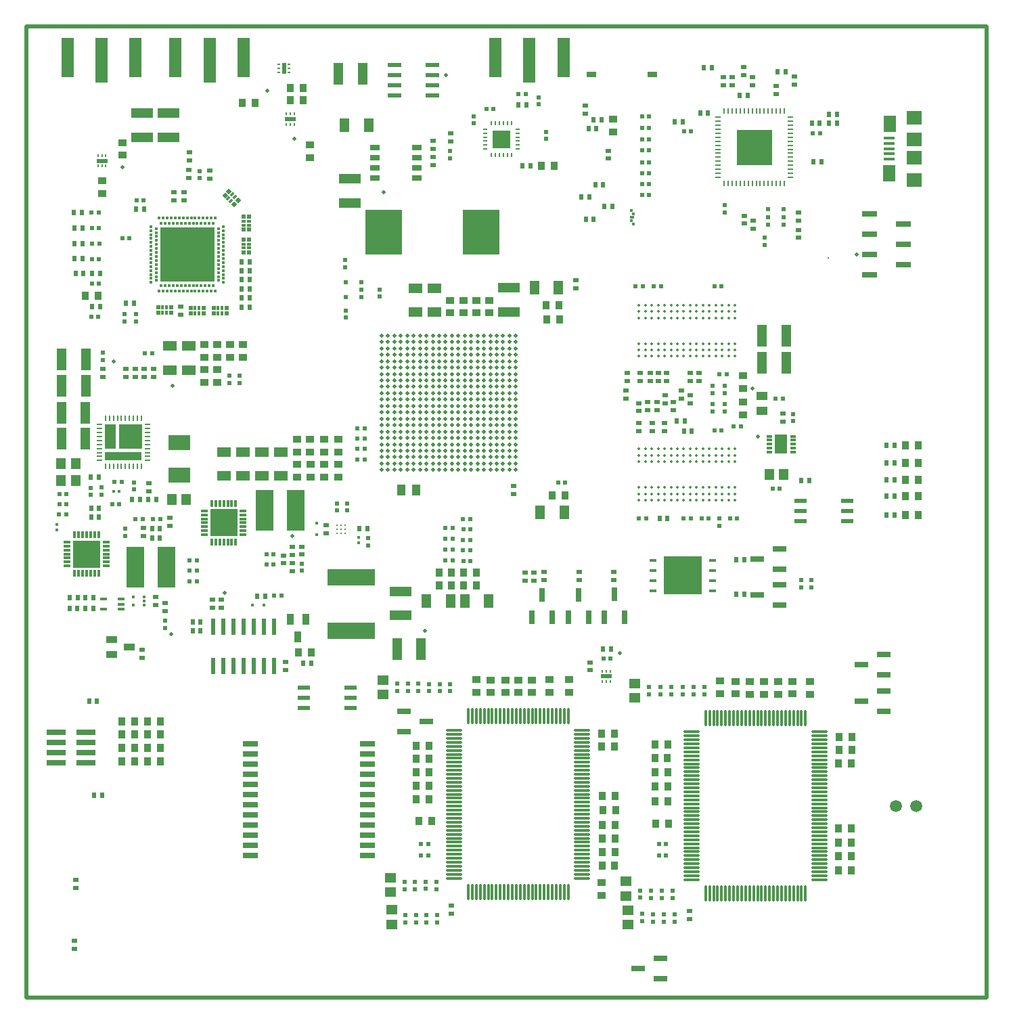
<source format=gtp>
%FSLAX25Y25*%
%MOIN*%
G70*
G01*
G75*
G04 Layer_Color=8421504*
%ADD10C,0.01969*%
%ADD11C,0.01181*%
%ADD12R,0.05906X0.22047*%
%ADD13R,0.06299X0.19291*%
%ADD14R,0.02441X0.02441*%
%ADD15R,0.02559X0.02165*%
%ADD16R,0.02165X0.02559*%
%ADD17R,0.05512X0.03740*%
%ADD18R,0.02441X0.02441*%
%ADD19R,0.07087X0.04528*%
%ADD20R,0.03937X0.03543*%
%ADD21R,0.03543X0.03937*%
%ADD22R,0.04528X0.07087*%
%ADD23R,0.05709X0.04528*%
%ADD24R,0.04528X0.10630*%
%ADD25R,0.04528X0.05709*%
%ADD26R,0.10630X0.04528*%
%ADD27R,0.01654X0.01811*%
%ADD28R,0.01575X0.01575*%
%ADD29R,0.05512X0.04134*%
%ADD30R,0.08661X0.20472*%
%ADD31R,0.23622X0.07874*%
%ADD32R,0.06693X0.02795*%
%ADD33R,0.02795X0.06693*%
%ADD34R,0.01969X0.01969*%
%ADD35R,0.01969X0.01378*%
%ADD36R,0.01969X0.01969*%
%ADD37R,0.01378X0.01969*%
G04:AMPARAMS|DCode=38|XSize=13.78mil|YSize=19.69mil|CornerRadius=0mil|HoleSize=0mil|Usage=FLASHONLY|Rotation=315.000|XOffset=0mil|YOffset=0mil|HoleType=Round|Shape=Rectangle|*
%AMROTATEDRECTD38*
4,1,4,-0.01183,-0.00209,0.00209,0.01183,0.01183,0.00209,-0.00209,-0.01183,-0.01183,-0.00209,0.0*
%
%ADD38ROTATEDRECTD38*%

%ADD39P,0.02784X4X360.0*%
%ADD40R,0.06299X0.02165*%
%ADD41C,0.01378*%
%ADD42O,0.08268X0.01181*%
%ADD43O,0.01181X0.08268*%
%ADD44R,0.03347X0.01181*%
%ADD45R,0.01181X0.03347*%
%ADD46R,0.13386X0.13386*%
%ADD47R,0.03740X0.05512*%
%ADD48R,0.01575X0.00984*%
%ADD49R,0.01969X0.05512*%
%ADD50R,0.00984X0.01575*%
%ADD51R,0.05512X0.01969*%
%ADD52R,0.03543X0.01575*%
%ADD53R,0.01811X0.01654*%
%ADD54R,0.04724X0.02953*%
%ADD55O,0.02953X0.00984*%
%ADD56O,0.00984X0.02953*%
%ADD57R,0.17716X0.17716*%
%ADD58R,0.07520X0.02992*%
%ADD59R,0.00984X0.01969*%
%ADD60R,0.01969X0.00984*%
%ADD61R,0.09055X0.09055*%
%ADD62R,0.09449X0.02992*%
%ADD63C,0.05906*%
%ADD64R,0.10984X0.07559*%
%ADD65R,0.18110X0.22047*%
%ADD66R,0.04134X0.05512*%
%ADD67R,0.07284X0.02913*%
%ADD68R,0.02362X0.02362*%
%ADD69R,0.04528X0.02992*%
%ADD70C,0.00984*%
%ADD71R,0.02756X0.01181*%
%ADD72R,0.06221X0.09252*%
%ADD73O,0.03150X0.00984*%
%ADD74O,0.00984X0.03150*%
%ADD75R,0.18071X0.04370*%
%ADD76R,0.11181X0.12284*%
%ADD77R,0.05276X0.12284*%
%ADD78R,0.06299X0.08268*%
%ADD79R,0.05315X0.01575*%
%ADD80R,0.07480X0.07087*%
%ADD81R,0.01772X0.01378*%
%ADD82R,0.02362X0.07874*%
%ADD83R,0.01181X0.01181*%
%ADD84R,0.02362X0.01181*%
%ADD85R,0.07087X0.02362*%
%ADD86R,0.01772X0.01181*%
%ADD87R,0.01181X0.01772*%
%ADD88R,0.01181X0.01181*%
%ADD89R,0.26772X0.26772*%
%ADD90R,0.01575X0.01575*%
%ADD91R,0.03543X0.01772*%
%ADD92R,0.18898X0.18898*%
%ADD93C,0.03150*%
%ADD94C,0.00394*%
%ADD95C,0.01000*%
%ADD96C,0.00453*%
%ADD97C,0.01969*%
%ADD98C,0.01378*%
%ADD99C,0.03937*%
%ADD100C,0.00787*%
%ADD101C,0.00512*%
%ADD102C,0.00784*%
%ADD103C,0.00996*%
%ADD104C,0.01181*%
%ADD105R,0.09941X0.01870*%
%ADD106R,0.14075X0.03740*%
%ADD107R,0.04823X0.07776*%
%ADD108R,0.08268X0.01476*%
%ADD109R,0.12303X0.06004*%
%ADD110R,0.01181X0.00984*%
%ADD111R,0.03543X0.00787*%
%ADD112R,0.06299X0.00394*%
%ADD113R,0.31693X0.08071*%
%ADD114R,0.16535X0.19291*%
%ADD115R,0.08563X0.19291*%
%ADD116R,0.42224X0.07874*%
%ADD117R,0.03740X0.24016*%
%ADD118R,0.14370X0.08760*%
%ADD119R,0.09843X0.11122*%
%ADD120R,0.60335X0.08465*%
%ADD121R,0.05807X0.33169*%
%ADD122R,0.03740X0.41043*%
%ADD123R,0.04429X0.41240*%
%ADD124R,0.92913X0.01870*%
%ADD125R,0.02430X0.17389*%
%ADD126R,0.34449X0.01969*%
%ADD127R,0.03642X0.11417*%
%ADD128R,0.02431X0.00820*%
%ADD129R,0.04134X0.05413*%
%ADD130R,0.30413X0.06496*%
%ADD131R,0.30709X0.06299*%
%ADD132R,0.30315X0.12008*%
%ADD133R,0.40256X0.05807*%
%ADD134R,0.39961X0.06594*%
%ADD135R,0.00886X0.01280*%
%ADD136R,0.19095X0.03937*%
%ADD137R,0.27756X0.05413*%
%ADD138R,0.30315X0.06102*%
%ADD139R,0.30807X0.08268*%
%ADD140R,0.38091X0.05118*%
%ADD141R,0.38287X0.06398*%
%ADD142R,0.04232X0.02854*%
%ADD143R,0.05315X0.10728*%
%ADD144R,0.10531X0.12598*%
%ADD145R,0.07087X0.21752*%
%ADD146R,0.08465X0.02854*%
%ADD147R,0.02362X0.02264*%
%ADD148R,0.04429X0.02756*%
%ADD149R,0.11713X0.02953*%
%ADD150R,0.09843X0.04134*%
%ADD151R,0.04921X0.18504*%
%ADD152R,0.13189X0.03051*%
%ADD153R,0.06594X0.04232*%
%ADD154R,0.14075X0.03839*%
%ADD155R,0.03839X0.08661*%
%ADD156R,0.10728X0.03445*%
%ADD157R,0.02431X1.19587*%
%ADD158R,0.02264X0.05512*%
%ADD159R,0.03347X0.05315*%
%ADD160R,0.68504X0.02165*%
%ADD161R,0.02165X0.76575*%
%ADD162R,0.25098X0.01969*%
%ADD163R,0.02658X0.42618*%
%ADD164R,0.16043X0.02264*%
%ADD165R,0.02461X0.13189*%
%ADD166R,0.78150X0.02461*%
%ADD167R,0.34842X0.01969*%
%ADD168R,0.02264X0.71752*%
%ADD169R,0.11614X0.04035*%
%ADD170R,0.10925X0.14469*%
%ADD171R,0.19193X0.03051*%
%ADD172R,0.17224X0.04528*%
%ADD173R,0.05315X0.93799*%
%ADD174R,0.13386X0.08169*%
%ADD175R,0.08661X0.12402*%
%ADD176R,0.08465X0.09843*%
%ADD177R,0.09153X0.17224*%
%ADD178R,0.14764X0.11122*%
%ADD179R,0.13976X0.11319*%
%ADD180R,0.02854X0.21358*%
%ADD181R,0.15453X0.49409*%
%ADD182R,0.18996X0.06496*%
%ADD183R,0.06791X1.25492*%
%ADD184R,0.09911X0.06594*%
%ADD185C,0.15748*%
%ADD186C,0.09882*%
%ADD187C,0.06299*%
%ADD188C,0.04803*%
%ADD189C,0.07087*%
%ADD190C,0.07874*%
%ADD191C,0.00591*%
%ADD192C,0.02165*%
%ADD193C,0.01575*%
%ADD194C,0.02598*%
%ADD195C,0.04000*%
%ADD196C,0.13386*%
%ADD197C,0.10669*%
%ADD198C,0.05591*%
%ADD199C,0.05787*%
%ADD200C,0.08071*%
%ADD201C,0.02362*%
%ADD202C,0.03150*%
%ADD203C,0.02559*%
%ADD204C,0.02874*%
%ADD205C,0.00642*%
%ADD206P,0.03452X4X360.0*%
%ADD207R,0.07874X0.23622*%
%ADD208R,0.07087X0.07874*%
%ADD209C,0.00787*%
%ADD210R,0.01614X0.01299*%
%ADD211R,0.10236X0.08661*%
%ADD212R,0.00945X0.03543*%
%ADD213R,0.03543X0.00945*%
%ADD214R,0.05512X0.03937*%
%ADD215R,0.03937X0.02756*%
%ADD216R,0.01969X0.01575*%
%ADD217R,0.01378X0.05118*%
%ADD218R,0.01772X0.05118*%
%ADD219R,0.02362X0.05118*%
%ADD220R,0.08661X0.02913*%
%ADD221R,0.03347X0.01378*%
%ADD222R,0.05079X0.04882*%
%ADD223R,0.07874X0.07087*%
%ADD224R,0.02992X0.06496*%
%ADD225R,0.04724X0.03543*%
%ADD226R,0.03583X0.04803*%
%ADD227R,0.10512X0.10000*%
%ADD228R,0.03000X0.05000*%
%ADD229R,0.07480X0.05512*%
%ADD230R,0.05906X0.03150*%
%ADD231R,0.05512X0.07087*%
%ADD232R,0.01969X0.03248*%
%ADD233R,0.01969X0.01693*%
%ADD234R,0.03071X0.03425*%
%ADD235R,0.01969X0.02756*%
%ADD236R,0.03248X0.28937*%
%ADD237R,0.19193X0.05512*%
%ADD238R,0.02658X0.02953*%
%ADD239R,0.02067X0.02559*%
%ADD240R,0.29232X0.06299*%
%ADD241R,0.16965X0.06606*%
%ADD242R,0.41894X0.10102*%
%ADD243R,0.07284X0.75492*%
%ADD244R,0.02658X1.25984*%
%ADD245R,0.89173X0.01476*%
%ADD246R,0.01476X0.04626*%
%ADD247R,0.51476X0.01378*%
%ADD248R,0.02264X1.46260*%
%ADD249R,0.79823X0.01969*%
%ADD250R,0.02559X0.50984*%
%ADD251R,0.25295X0.01969*%
%ADD252R,0.02165X0.50394*%
%ADD253R,0.13878X0.02264*%
%ADD254R,0.02362X0.28051*%
%ADD255R,0.67618X0.02362*%
%ADD256R,0.34842X0.02067*%
%ADD257R,0.02165X0.73032*%
%ADD258R,0.44783X0.02756*%
%ADD259R,0.11811X0.16732*%
%ADD260R,0.12795X0.08071*%
%ADD261R,0.13681X0.20768*%
%ADD262R,0.23622X0.03740*%
%ADD263R,0.03839X0.93898*%
%ADD264R,0.14862X0.06201*%
%ADD265R,0.14764X0.09153*%
%ADD266R,0.13090X0.08366*%
%ADD267R,0.08465X0.07677*%
%ADD268R,0.13386X0.09055*%
%ADD269R,0.06102X1.26181*%
%ADD270R,0.08268X0.19193*%
%ADD271R,0.15846X0.19488*%
%ADD272R,0.41142X0.08268*%
%ADD273C,0.00984*%
%ADD274C,0.00472*%
%ADD275C,0.02362*%
%ADD276C,0.00100*%
%ADD277C,0.00700*%
%ADD278C,0.00500*%
%ADD279C,0.00591*%
%ADD280R,0.03937X1.20791*%
%ADD281R,0.14370X0.01500*%
D10*
X38583Y308268D02*
D03*
X66732Y173819D02*
D03*
X287795Y164567D02*
D03*
X127362Y417913D02*
D03*
X67618Y296358D02*
D03*
X355709Y271358D02*
D03*
X353051Y294882D02*
D03*
X126476Y222342D02*
D03*
X191831Y175492D02*
D03*
X93110Y194193D02*
D03*
X202165Y449213D02*
D03*
X114075Y441634D02*
D03*
X42815Y403839D02*
D03*
X171358Y391634D02*
D03*
X404626Y360945D02*
D03*
X173638Y254780D02*
D03*
X170488Y257929D02*
D03*
Y254780D02*
D03*
X173638Y257929D02*
D03*
X176787Y254780D02*
D03*
X173638Y261079D02*
D03*
X176787D02*
D03*
X170488Y264229D02*
D03*
Y261079D02*
D03*
Y270528D02*
D03*
Y267378D02*
D03*
X173638D02*
D03*
Y264229D02*
D03*
Y270528D02*
D03*
X176787Y267378D02*
D03*
Y257929D02*
D03*
X179937Y254780D02*
D03*
Y261079D02*
D03*
Y257929D02*
D03*
X183087D02*
D03*
Y254780D02*
D03*
Y261079D02*
D03*
X186236Y257929D02*
D03*
X176787Y264229D02*
D03*
X179937D02*
D03*
X176787Y270528D02*
D03*
X179937Y267378D02*
D03*
X183087Y264229D02*
D03*
X186236Y261079D02*
D03*
X183087Y267378D02*
D03*
X186236D02*
D03*
X170488Y273677D02*
D03*
X173638D02*
D03*
X170488Y276827D02*
D03*
X176787Y273677D02*
D03*
X170488Y279977D02*
D03*
X173638Y276827D02*
D03*
X170488Y286276D02*
D03*
Y283126D02*
D03*
X173638Y279977D02*
D03*
X176787Y276827D02*
D03*
X173638Y283126D02*
D03*
X176787Y279977D02*
D03*
X179937Y273677D02*
D03*
Y270528D02*
D03*
Y279977D02*
D03*
Y276827D02*
D03*
X183087Y273677D02*
D03*
Y270528D02*
D03*
Y276827D02*
D03*
X186236Y273677D02*
D03*
X179937Y283126D02*
D03*
X183087Y279977D02*
D03*
X176787Y283126D02*
D03*
X179937Y286276D02*
D03*
X183087Y283126D02*
D03*
X186236D02*
D03*
X183087Y286276D02*
D03*
X186236D02*
D03*
Y254780D02*
D03*
X189386Y257929D02*
D03*
Y254780D02*
D03*
X192535D02*
D03*
X186236Y264229D02*
D03*
X189386Y261079D02*
D03*
Y270528D02*
D03*
Y264229D02*
D03*
X192535Y261079D02*
D03*
Y257929D02*
D03*
X189386Y267378D02*
D03*
X192535Y264229D02*
D03*
X195685Y257929D02*
D03*
Y254780D02*
D03*
Y261079D02*
D03*
X198835D02*
D03*
Y254780D02*
D03*
X201984D02*
D03*
X198835Y257929D02*
D03*
X201984D02*
D03*
X195685Y264229D02*
D03*
X198835D02*
D03*
X192535Y267378D02*
D03*
X195685D02*
D03*
X201984Y264229D02*
D03*
Y261079D02*
D03*
X198835Y267378D02*
D03*
X201984D02*
D03*
X186236Y270528D02*
D03*
X189386Y273677D02*
D03*
X186236Y276827D02*
D03*
X189386D02*
D03*
X192535Y273677D02*
D03*
Y270528D02*
D03*
Y276827D02*
D03*
X186236Y279977D02*
D03*
X189386D02*
D03*
Y286276D02*
D03*
Y283126D02*
D03*
X192535Y279977D02*
D03*
X195685Y276827D02*
D03*
X192535Y286276D02*
D03*
Y283126D02*
D03*
X195685Y270528D02*
D03*
X198835D02*
D03*
X195685Y273677D02*
D03*
X198835D02*
D03*
X201984D02*
D03*
Y270528D02*
D03*
X198835Y276827D02*
D03*
X201984D02*
D03*
X195685Y279977D02*
D03*
X198835D02*
D03*
X195685Y286276D02*
D03*
Y283126D02*
D03*
X198835D02*
D03*
X201984Y279977D02*
D03*
X198835Y286276D02*
D03*
X201984Y283126D02*
D03*
X173638Y286276D02*
D03*
X170488Y292575D02*
D03*
Y289425D02*
D03*
X173638Y292575D02*
D03*
Y289425D02*
D03*
Y295725D02*
D03*
X176787Y292575D02*
D03*
X170488Y298874D02*
D03*
Y295725D02*
D03*
Y302024D02*
D03*
X173638Y298874D02*
D03*
Y302024D02*
D03*
X176787Y295725D02*
D03*
X173638Y305173D02*
D03*
X176787Y302024D02*
D03*
Y289425D02*
D03*
Y286276D02*
D03*
X179937Y292575D02*
D03*
Y289425D02*
D03*
X183087Y292575D02*
D03*
Y289425D02*
D03*
X186236Y295725D02*
D03*
Y292575D02*
D03*
X176787Y298874D02*
D03*
X179937Y295725D02*
D03*
Y302024D02*
D03*
Y298874D02*
D03*
X183087D02*
D03*
Y295725D02*
D03*
Y302024D02*
D03*
X186236D02*
D03*
X170488Y308323D02*
D03*
Y305173D02*
D03*
Y311473D02*
D03*
X173638D02*
D03*
Y308323D02*
D03*
X176787Y305173D02*
D03*
Y311473D02*
D03*
Y308323D02*
D03*
X170488Y317772D02*
D03*
Y314622D02*
D03*
Y320921D02*
D03*
X173638Y317772D02*
D03*
Y314622D02*
D03*
X176787Y317772D02*
D03*
X173638Y320921D02*
D03*
X176787D02*
D03*
X179937Y308323D02*
D03*
Y305173D02*
D03*
X176787Y314622D02*
D03*
X179937Y311473D02*
D03*
X183087Y308323D02*
D03*
Y305173D02*
D03*
Y311473D02*
D03*
X186236D02*
D03*
X179937Y317772D02*
D03*
Y314622D02*
D03*
Y320921D02*
D03*
X183087Y317772D02*
D03*
Y314622D02*
D03*
X186236Y317772D02*
D03*
X183087Y320921D02*
D03*
X186236D02*
D03*
Y289425D02*
D03*
X189386Y292575D02*
D03*
Y289425D02*
D03*
X192535Y292575D02*
D03*
Y289425D02*
D03*
X189386Y295725D02*
D03*
X192535D02*
D03*
X186236Y298874D02*
D03*
X189386Y302024D02*
D03*
X186236Y305173D02*
D03*
X189386D02*
D03*
Y298874D02*
D03*
X192535D02*
D03*
Y305173D02*
D03*
Y302024D02*
D03*
X195685Y289425D02*
D03*
X198835D02*
D03*
X195685Y295725D02*
D03*
Y292575D02*
D03*
X198835D02*
D03*
X201984Y289425D02*
D03*
X198835Y295725D02*
D03*
X201984Y292575D02*
D03*
X195685Y298874D02*
D03*
X198835D02*
D03*
X195685Y302024D02*
D03*
X198835D02*
D03*
X201984Y298874D02*
D03*
Y295725D02*
D03*
X198835Y305173D02*
D03*
X201984Y302024D02*
D03*
X186236Y308323D02*
D03*
X189386D02*
D03*
Y314622D02*
D03*
Y311473D02*
D03*
X192535D02*
D03*
Y308323D02*
D03*
Y314622D02*
D03*
X195685Y311473D02*
D03*
X186236Y314622D02*
D03*
X189386Y317772D02*
D03*
Y320921D02*
D03*
X192535Y317772D02*
D03*
Y320921D02*
D03*
X195685Y308323D02*
D03*
Y305173D02*
D03*
Y314622D02*
D03*
X198835Y308323D02*
D03*
X201984D02*
D03*
Y305173D02*
D03*
X198835Y311473D02*
D03*
X201984D02*
D03*
X195685Y317772D02*
D03*
X198835Y314622D02*
D03*
X195685Y320921D02*
D03*
X198835Y317772D02*
D03*
X201984D02*
D03*
Y314622D02*
D03*
X198835Y320921D02*
D03*
X201984D02*
D03*
X208283Y254780D02*
D03*
X205134Y257929D02*
D03*
Y254780D02*
D03*
X208283Y257929D02*
D03*
X211433Y254780D02*
D03*
Y261079D02*
D03*
Y257929D02*
D03*
X205134Y261079D02*
D03*
X208283D02*
D03*
X205134Y267378D02*
D03*
Y264229D02*
D03*
X208283Y267378D02*
D03*
Y264229D02*
D03*
X211433Y270528D02*
D03*
Y267378D02*
D03*
X214583Y254780D02*
D03*
X217732D02*
D03*
X214583Y261079D02*
D03*
Y257929D02*
D03*
X217732D02*
D03*
X220882Y254780D02*
D03*
X217732Y261079D02*
D03*
X220882D02*
D03*
X211433Y264229D02*
D03*
X214583D02*
D03*
Y267378D02*
D03*
X217732Y270528D02*
D03*
Y264229D02*
D03*
X220882D02*
D03*
X217732Y267378D02*
D03*
X220882D02*
D03*
X205134Y270528D02*
D03*
Y276827D02*
D03*
Y273677D02*
D03*
X208283D02*
D03*
Y270528D02*
D03*
X211433Y276827D02*
D03*
Y273677D02*
D03*
X205134Y283126D02*
D03*
Y279977D02*
D03*
X201984Y286276D02*
D03*
X205134D02*
D03*
X208283Y279977D02*
D03*
Y276827D02*
D03*
Y283126D02*
D03*
X211433D02*
D03*
X214583Y273677D02*
D03*
Y270528D02*
D03*
X211433Y279977D02*
D03*
X214583Y276827D02*
D03*
X217732D02*
D03*
Y273677D02*
D03*
X214583Y279977D02*
D03*
X220882Y276827D02*
D03*
X214583Y283126D02*
D03*
X217732Y279977D02*
D03*
X211433Y286276D02*
D03*
X217732Y283126D02*
D03*
X220882D02*
D03*
Y279977D02*
D03*
X217732Y286276D02*
D03*
X220882D02*
D03*
X224031Y254780D02*
D03*
X220882Y257929D02*
D03*
X224031D02*
D03*
X227181Y254780D02*
D03*
X230331D02*
D03*
X227181Y257929D02*
D03*
X230331D02*
D03*
X224031Y264229D02*
D03*
Y261079D02*
D03*
X220882Y270528D02*
D03*
X224031Y267378D02*
D03*
X227181Y264229D02*
D03*
Y261079D02*
D03*
Y267378D02*
D03*
X230331Y270528D02*
D03*
X233480Y254780D02*
D03*
X236630D02*
D03*
X230331Y261079D02*
D03*
X233480Y257929D02*
D03*
X236630D02*
D03*
X230331Y264229D02*
D03*
X233480Y261079D02*
D03*
X230331Y267378D02*
D03*
X233480Y264229D02*
D03*
X236630D02*
D03*
Y261079D02*
D03*
X233480Y267378D02*
D03*
X236630D02*
D03*
X220882Y273677D02*
D03*
X224031Y270528D02*
D03*
Y276827D02*
D03*
Y273677D02*
D03*
X227181D02*
D03*
Y270528D02*
D03*
Y276827D02*
D03*
X230331Y273677D02*
D03*
X224031Y279977D02*
D03*
X227181D02*
D03*
X224031Y286276D02*
D03*
Y283126D02*
D03*
X230331Y279977D02*
D03*
Y276827D02*
D03*
X227181Y286276D02*
D03*
Y283126D02*
D03*
X233480Y270528D02*
D03*
X236630D02*
D03*
X233480Y273677D02*
D03*
X236630Y276827D02*
D03*
Y273677D02*
D03*
X233480Y279977D02*
D03*
Y276827D02*
D03*
X230331Y283126D02*
D03*
X233480D02*
D03*
X236630D02*
D03*
Y279977D02*
D03*
X233480Y286276D02*
D03*
X236630D02*
D03*
X205134Y289425D02*
D03*
X208283D02*
D03*
Y286276D02*
D03*
X205134Y292575D02*
D03*
X211433D02*
D03*
X205134Y298874D02*
D03*
Y295725D02*
D03*
Y302024D02*
D03*
X208283Y305173D02*
D03*
Y295725D02*
D03*
Y292575D02*
D03*
Y302024D02*
D03*
Y298874D02*
D03*
X211433Y289425D02*
D03*
X214583Y286276D02*
D03*
Y292575D02*
D03*
Y289425D02*
D03*
X217732Y292575D02*
D03*
Y289425D02*
D03*
X214583Y295725D02*
D03*
X217732D02*
D03*
X211433Y298874D02*
D03*
Y295725D02*
D03*
Y302024D02*
D03*
X214583Y305173D02*
D03*
Y298874D02*
D03*
X217732D02*
D03*
X214583Y302024D02*
D03*
X217732D02*
D03*
X205134Y308323D02*
D03*
Y305173D02*
D03*
Y311473D02*
D03*
X208283Y308323D02*
D03*
X211433D02*
D03*
Y305173D02*
D03*
X208283Y311473D02*
D03*
X211433D02*
D03*
X205134Y314622D02*
D03*
X208283D02*
D03*
X205134Y320921D02*
D03*
Y317772D02*
D03*
X208283D02*
D03*
X211433Y314622D02*
D03*
X208283Y320921D02*
D03*
X211433D02*
D03*
X214583Y308323D02*
D03*
X217732Y305173D02*
D03*
X214583Y314622D02*
D03*
Y311473D02*
D03*
X217732D02*
D03*
Y308323D02*
D03*
Y314622D02*
D03*
X220882Y311473D02*
D03*
X211433Y317772D02*
D03*
X214583D02*
D03*
Y320921D02*
D03*
X217732Y317772D02*
D03*
X220882D02*
D03*
Y314622D02*
D03*
X217732Y320921D02*
D03*
X220882D02*
D03*
Y289425D02*
D03*
Y295725D02*
D03*
Y292575D02*
D03*
X224031Y289425D02*
D03*
X227181D02*
D03*
X224031Y292575D02*
D03*
X227181D02*
D03*
X224031Y298874D02*
D03*
Y295725D02*
D03*
X220882Y302024D02*
D03*
Y298874D02*
D03*
X227181D02*
D03*
Y295725D02*
D03*
X224031Y302024D02*
D03*
X227181D02*
D03*
X230331Y289425D02*
D03*
Y286276D02*
D03*
Y292575D02*
D03*
X233480Y289425D02*
D03*
Y292575D02*
D03*
X236630Y289425D02*
D03*
Y295725D02*
D03*
Y292575D02*
D03*
X230331Y298874D02*
D03*
Y295725D02*
D03*
Y302024D02*
D03*
X233480Y298874D02*
D03*
Y295725D02*
D03*
X236630Y298874D02*
D03*
X233480Y302024D02*
D03*
X236630D02*
D03*
X220882Y305173D02*
D03*
X224031D02*
D03*
X220882Y308323D02*
D03*
X224031D02*
D03*
X227181D02*
D03*
Y305173D02*
D03*
X224031Y311473D02*
D03*
X230331D02*
D03*
X224031Y314622D02*
D03*
X227181Y311473D02*
D03*
X224031Y320921D02*
D03*
Y317772D02*
D03*
X227181D02*
D03*
Y314622D02*
D03*
Y320921D02*
D03*
X230331Y317772D02*
D03*
Y305173D02*
D03*
X233480D02*
D03*
X230331Y308323D02*
D03*
X233480Y311473D02*
D03*
Y308323D02*
D03*
X236630Y305173D02*
D03*
Y311473D02*
D03*
Y308323D02*
D03*
X230331Y314622D02*
D03*
X233480D02*
D03*
X230331Y320921D02*
D03*
X233480Y317772D02*
D03*
X236630D02*
D03*
Y314622D02*
D03*
X233480Y320921D02*
D03*
X236630D02*
D03*
D11*
X390650Y359252D02*
D03*
D12*
X85728Y456492D02*
D03*
X243307Y456394D02*
D03*
X32480Y456492D02*
D03*
D13*
X68996Y457870D02*
D03*
X102461D02*
D03*
X226575Y457772D02*
D03*
X260039D02*
D03*
X15748Y457870D02*
D03*
X49213D02*
D03*
D14*
X382283Y196949D02*
D03*
Y200492D02*
D03*
X80807Y398425D02*
D03*
Y401969D02*
D03*
X100394Y297638D02*
D03*
Y301181D02*
D03*
X95374Y297638D02*
D03*
Y301181D02*
D03*
X336910Y227264D02*
D03*
Y230807D02*
D03*
X339469Y283563D02*
D03*
Y287106D02*
D03*
X333662Y283563D02*
D03*
Y287106D02*
D03*
X339469Y292520D02*
D03*
Y296063D02*
D03*
X333662Y292520D02*
D03*
Y296063D02*
D03*
X204331Y145768D02*
D03*
Y149311D02*
D03*
X199114Y145768D02*
D03*
Y149311D02*
D03*
X193898Y145768D02*
D03*
Y149311D02*
D03*
X188583Y145866D02*
D03*
Y149409D02*
D03*
X183366Y145866D02*
D03*
Y149409D02*
D03*
X178051Y145965D02*
D03*
Y149508D02*
D03*
X182283Y31988D02*
D03*
Y35532D02*
D03*
X187500Y31988D02*
D03*
Y35532D02*
D03*
X192618Y31890D02*
D03*
Y35433D02*
D03*
X197772Y31929D02*
D03*
Y35472D02*
D03*
X197441Y48327D02*
D03*
Y51870D02*
D03*
X192126Y48425D02*
D03*
Y51969D02*
D03*
X186957Y48386D02*
D03*
Y51929D02*
D03*
X181693Y48327D02*
D03*
Y51870D02*
D03*
X302327Y144236D02*
D03*
Y147780D02*
D03*
X307677Y144291D02*
D03*
Y147835D02*
D03*
X313091Y144291D02*
D03*
Y147835D02*
D03*
X318701Y144291D02*
D03*
Y147835D02*
D03*
X324213Y144291D02*
D03*
Y147835D02*
D03*
X329429Y144291D02*
D03*
Y147835D02*
D03*
X298862Y32524D02*
D03*
Y36067D02*
D03*
X304232Y32382D02*
D03*
Y35925D02*
D03*
X309646Y32382D02*
D03*
Y35925D02*
D03*
X314961Y32382D02*
D03*
Y35925D02*
D03*
X313921Y43953D02*
D03*
Y47496D02*
D03*
X308465Y43996D02*
D03*
Y47539D02*
D03*
X303248Y43996D02*
D03*
Y47539D02*
D03*
X297933Y44095D02*
D03*
Y47638D02*
D03*
X215945Y425394D02*
D03*
Y428937D02*
D03*
X247736Y434744D02*
D03*
Y438287D02*
D03*
X251476Y417815D02*
D03*
Y421358D02*
D03*
X33071Y308957D02*
D03*
Y312500D02*
D03*
X48622Y245177D02*
D03*
Y248720D02*
D03*
X32382Y242520D02*
D03*
Y246063D02*
D03*
X27067Y242421D02*
D03*
Y245965D02*
D03*
X44094Y222343D02*
D03*
Y225886D02*
D03*
X131102Y205118D02*
D03*
Y208661D02*
D03*
X148524Y234843D02*
D03*
Y238386D02*
D03*
X153543Y234843D02*
D03*
Y238386D02*
D03*
X163976Y217618D02*
D03*
Y221161D02*
D03*
X373228Y278740D02*
D03*
Y282283D02*
D03*
X63681Y176969D02*
D03*
Y180512D02*
D03*
X204331Y408268D02*
D03*
Y411811D02*
D03*
X43996Y327953D02*
D03*
Y331496D02*
D03*
X49508Y327953D02*
D03*
Y331496D02*
D03*
X169390Y340059D02*
D03*
Y343602D02*
D03*
X152657Y354528D02*
D03*
Y358071D02*
D03*
X152854Y329725D02*
D03*
Y333268D02*
D03*
X339567Y381693D02*
D03*
Y385236D02*
D03*
X359154Y365650D02*
D03*
Y369193D02*
D03*
X377091Y196980D02*
D03*
Y200523D02*
D03*
D15*
X59153Y188386D02*
D03*
Y192323D02*
D03*
X52362Y162205D02*
D03*
Y166142D02*
D03*
X85925Y398229D02*
D03*
Y402166D02*
D03*
X75492Y398524D02*
D03*
Y402461D02*
D03*
X75689Y407185D02*
D03*
Y411122D02*
D03*
X68307Y387500D02*
D03*
Y391437D02*
D03*
X71654Y331201D02*
D03*
Y335138D02*
D03*
X58071Y300492D02*
D03*
Y304429D02*
D03*
X44587Y300492D02*
D03*
Y304429D02*
D03*
X53543Y300492D02*
D03*
Y304429D02*
D03*
X49016Y300492D02*
D03*
Y304429D02*
D03*
X73130Y387500D02*
D03*
Y391437D02*
D03*
X266339Y344291D02*
D03*
Y348228D02*
D03*
X282087Y408071D02*
D03*
Y412008D02*
D03*
X270866Y430216D02*
D03*
Y434153D02*
D03*
X310039Y287697D02*
D03*
Y291634D02*
D03*
X309941Y273917D02*
D03*
Y277854D02*
D03*
X306791Y298524D02*
D03*
Y302461D02*
D03*
X297244Y273917D02*
D03*
Y277854D02*
D03*
X297933Y298524D02*
D03*
Y302461D02*
D03*
X306102Y284252D02*
D03*
Y288189D02*
D03*
X297244Y283760D02*
D03*
Y287697D02*
D03*
X314075Y284154D02*
D03*
Y288091D02*
D03*
X290846Y289862D02*
D03*
Y293799D02*
D03*
X291535Y298523D02*
D03*
Y302461D02*
D03*
X302953Y298524D02*
D03*
Y302461D02*
D03*
X303740Y273917D02*
D03*
Y277854D02*
D03*
X310728Y298524D02*
D03*
Y302461D02*
D03*
X301673Y284252D02*
D03*
Y288189D02*
D03*
X318209Y289961D02*
D03*
Y293898D02*
D03*
X322539Y298524D02*
D03*
Y302461D02*
D03*
X322441Y287500D02*
D03*
Y291437D02*
D03*
X326870Y298524D02*
D03*
Y302461D02*
D03*
X204921Y36122D02*
D03*
Y40059D02*
D03*
X322244Y33465D02*
D03*
Y37402D02*
D03*
X33268Y300492D02*
D03*
Y304429D02*
D03*
X55807Y244291D02*
D03*
Y248228D02*
D03*
X53248Y222146D02*
D03*
Y226083D02*
D03*
X66043Y227264D02*
D03*
Y231201D02*
D03*
X126476Y212795D02*
D03*
Y216732D02*
D03*
X122146Y208760D02*
D03*
Y212697D02*
D03*
X131102Y213091D02*
D03*
Y217028D02*
D03*
X126476Y204823D02*
D03*
Y208760D02*
D03*
X143110Y223622D02*
D03*
Y227559D02*
D03*
X368110Y278642D02*
D03*
Y282579D02*
D03*
X123228Y156201D02*
D03*
Y160138D02*
D03*
X87106Y186811D02*
D03*
Y190748D02*
D03*
X63976Y185236D02*
D03*
Y189173D02*
D03*
X91535Y186811D02*
D03*
Y190748D02*
D03*
X273130Y156103D02*
D03*
Y160039D02*
D03*
X195866Y412795D02*
D03*
Y416732D02*
D03*
X195910Y404925D02*
D03*
Y408862D02*
D03*
X204378Y416540D02*
D03*
Y420477D02*
D03*
X235531Y243012D02*
D03*
Y246949D02*
D03*
X245571Y200295D02*
D03*
Y204232D02*
D03*
X250394Y200492D02*
D03*
Y204429D02*
D03*
X267913Y200590D02*
D03*
Y204527D02*
D03*
X241043Y200295D02*
D03*
Y204232D02*
D03*
X284842Y200590D02*
D03*
Y204527D02*
D03*
X364764Y439961D02*
D03*
Y443898D02*
D03*
X373819Y444488D02*
D03*
Y448425D02*
D03*
X338878Y444193D02*
D03*
Y448130D02*
D03*
X353051Y444291D02*
D03*
Y448228D02*
D03*
X343209Y444193D02*
D03*
Y448130D02*
D03*
X348819Y449311D02*
D03*
Y453248D02*
D03*
X375984Y369094D02*
D03*
Y373031D02*
D03*
X349114Y376083D02*
D03*
Y380020D02*
D03*
X353642Y373720D02*
D03*
Y377657D02*
D03*
X375984Y377559D02*
D03*
Y381496D02*
D03*
X19094Y18799D02*
D03*
Y22736D02*
D03*
X19882Y49016D02*
D03*
Y52953D02*
D03*
D16*
X24606Y186516D02*
D03*
X28543D02*
D03*
X24606Y191732D02*
D03*
X28543D02*
D03*
X16732Y186516D02*
D03*
X20669D02*
D03*
X16831Y191732D02*
D03*
X20768D02*
D03*
X27756Y335236D02*
D03*
X31693D02*
D03*
X18996Y381496D02*
D03*
X22933D02*
D03*
X19094Y373917D02*
D03*
X23031D02*
D03*
X19291Y366339D02*
D03*
X23228D02*
D03*
X19193Y358760D02*
D03*
X23130D02*
D03*
X19685Y351575D02*
D03*
X23622D02*
D03*
X237795Y434449D02*
D03*
X241732D02*
D03*
X101673Y348524D02*
D03*
X105610D02*
D03*
X101673Y352953D02*
D03*
X105610D02*
D03*
X101575Y343996D02*
D03*
X105512D02*
D03*
X101673Y357382D02*
D03*
X105610D02*
D03*
X101476Y339567D02*
D03*
X105413D02*
D03*
X101476Y335039D02*
D03*
X105413D02*
D03*
X272342Y422736D02*
D03*
X276279D02*
D03*
X275000Y427264D02*
D03*
X278937D02*
D03*
X280315Y384646D02*
D03*
X284252D02*
D03*
X271063Y378346D02*
D03*
X275000D02*
D03*
X268996Y389370D02*
D03*
X272933D02*
D03*
X275689Y395177D02*
D03*
X279626D02*
D03*
X307382Y231004D02*
D03*
X311319D02*
D03*
X319390Y274016D02*
D03*
X323327D02*
D03*
X239961Y404626D02*
D03*
X243898D02*
D03*
X27264Y251181D02*
D03*
X31201D02*
D03*
X55512Y240158D02*
D03*
X59449D02*
D03*
X27362Y236024D02*
D03*
X31299D02*
D03*
X47638Y240158D02*
D03*
X51575D02*
D03*
X57382Y225886D02*
D03*
X61319D02*
D03*
X27362Y231693D02*
D03*
X31299D02*
D03*
X57382Y221161D02*
D03*
X61319D02*
D03*
X159646Y225787D02*
D03*
X163583D02*
D03*
X109153Y192717D02*
D03*
X113091D02*
D03*
X77362Y175394D02*
D03*
X81299D02*
D03*
X77362Y180020D02*
D03*
X81299D02*
D03*
X131791Y159449D02*
D03*
X135728D02*
D03*
X279626Y166535D02*
D03*
X283563D02*
D03*
X27953Y351477D02*
D03*
X31890D02*
D03*
X44488Y336811D02*
D03*
X48425D02*
D03*
X345177Y210630D02*
D03*
X349114D02*
D03*
X345177Y193405D02*
D03*
X349114D02*
D03*
X377264Y249508D02*
D03*
X381201D02*
D03*
X346949Y439173D02*
D03*
X350886D02*
D03*
X390846Y429823D02*
D03*
X394783D02*
D03*
X382382Y425394D02*
D03*
X386319D02*
D03*
X390846D02*
D03*
X394783D02*
D03*
X383169Y406398D02*
D03*
X387106D02*
D03*
X329331Y452756D02*
D03*
X333268D02*
D03*
X365650Y450787D02*
D03*
X369587D02*
D03*
X327362Y430709D02*
D03*
X331299D02*
D03*
X314764Y426378D02*
D03*
X318701D02*
D03*
X419291Y249803D02*
D03*
X423228D02*
D03*
X419291Y232480D02*
D03*
X423228D02*
D03*
X419291Y267028D02*
D03*
X423228D02*
D03*
X419291Y258366D02*
D03*
X423228D02*
D03*
X419291Y241732D02*
D03*
X423228D02*
D03*
X28839Y94587D02*
D03*
X32776D02*
D03*
X26378Y140748D02*
D03*
X30315D02*
D03*
X49508Y383071D02*
D03*
X53445D02*
D03*
X315748Y278839D02*
D03*
X319685D02*
D03*
D17*
X37598Y171358D02*
D03*
Y163878D02*
D03*
X46260Y167618D02*
D03*
D18*
X53839Y312205D02*
D03*
X57382D02*
D03*
X158465Y259842D02*
D03*
X162008D02*
D03*
X158563Y275098D02*
D03*
X162106D02*
D03*
X158563Y270079D02*
D03*
X162106D02*
D03*
X158465Y265059D02*
D03*
X162008D02*
D03*
X257417Y248535D02*
D03*
X260961D02*
D03*
X201851Y226181D02*
D03*
X205394D02*
D03*
X201851Y220819D02*
D03*
X205394D02*
D03*
X201851Y215551D02*
D03*
X205394D02*
D03*
X201851Y210138D02*
D03*
X205394D02*
D03*
X364665Y289862D02*
D03*
X368209D02*
D03*
X210630Y230512D02*
D03*
X214173D02*
D03*
X210728Y225394D02*
D03*
X214272D02*
D03*
X210630Y220177D02*
D03*
X214173D02*
D03*
X210630Y215059D02*
D03*
X214173D02*
D03*
X210728Y209941D02*
D03*
X214272D02*
D03*
X304528Y345177D02*
D03*
X308071D02*
D03*
X295669D02*
D03*
X299213D02*
D03*
X334449Y345079D02*
D03*
X337992D02*
D03*
X336811Y301772D02*
D03*
X340354D02*
D03*
X343799Y276181D02*
D03*
X347342D02*
D03*
X334350Y274213D02*
D03*
X337894D02*
D03*
X319193Y230807D02*
D03*
X322736D02*
D03*
X342126D02*
D03*
X345669D02*
D03*
X328051D02*
D03*
X331594D02*
D03*
X297146D02*
D03*
X300689D02*
D03*
X189862Y64862D02*
D03*
X193405D02*
D03*
X189862Y70669D02*
D03*
X193405D02*
D03*
X307087Y64862D02*
D03*
X310630D02*
D03*
X307087Y70571D02*
D03*
X310630D02*
D03*
X222047Y432579D02*
D03*
X225590D02*
D03*
X237992Y439862D02*
D03*
X241535D02*
D03*
X37697Y237992D02*
D03*
X41240D02*
D03*
X38976Y248819D02*
D03*
X42520D02*
D03*
X11713Y242913D02*
D03*
X15256D02*
D03*
X11713Y237795D02*
D03*
X15256D02*
D03*
X11614Y232776D02*
D03*
X15157D02*
D03*
X57874Y230610D02*
D03*
X61417D02*
D03*
X49213Y230512D02*
D03*
X52756D02*
D03*
X75862Y200051D02*
D03*
X79405D02*
D03*
X75886Y205118D02*
D03*
X79429D02*
D03*
X75886Y210138D02*
D03*
X79429D02*
D03*
X113780Y208268D02*
D03*
X117323D02*
D03*
X113780Y213386D02*
D03*
X117323D02*
D03*
X363091Y245669D02*
D03*
X366634D02*
D03*
X117618Y192815D02*
D03*
X121161D02*
D03*
X279725Y161909D02*
D03*
X283268D02*
D03*
X49705Y387697D02*
D03*
X53248D02*
D03*
X27461Y330315D02*
D03*
X31004D02*
D03*
X27658Y381398D02*
D03*
X31201D02*
D03*
X27756Y373819D02*
D03*
X31299D02*
D03*
X27756Y358662D02*
D03*
X31299D02*
D03*
X27854Y366339D02*
D03*
X31398D02*
D03*
X27756Y346555D02*
D03*
X31299D02*
D03*
X42717Y368799D02*
D03*
X46260D02*
D03*
X382973Y420472D02*
D03*
X386516D02*
D03*
X319390Y421555D02*
D03*
X322933D02*
D03*
X298748Y428760D02*
D03*
X302291D02*
D03*
X298721Y423228D02*
D03*
X302264D02*
D03*
X298721Y417717D02*
D03*
X302264D02*
D03*
X298721Y412106D02*
D03*
X302264D02*
D03*
X298721Y406201D02*
D03*
X302264D02*
D03*
X298721Y400886D02*
D03*
X302264D02*
D03*
X298721Y395571D02*
D03*
X302264D02*
D03*
X298721Y390158D02*
D03*
X302264D02*
D03*
D19*
X66240Y304035D02*
D03*
Y315846D02*
D03*
X75590Y304035D02*
D03*
Y315846D02*
D03*
X196457Y332480D02*
D03*
Y344291D02*
D03*
X187106Y332480D02*
D03*
Y344291D02*
D03*
X102067Y251772D02*
D03*
Y263583D02*
D03*
X111417Y251772D02*
D03*
Y263583D02*
D03*
X120803Y251783D02*
D03*
Y263595D02*
D03*
X92716Y251772D02*
D03*
Y263583D02*
D03*
D20*
X102264Y310138D02*
D03*
Y316437D02*
D03*
X83268Y298031D02*
D03*
Y304331D02*
D03*
X89567Y298031D02*
D03*
Y304331D02*
D03*
X95929Y310126D02*
D03*
Y316425D02*
D03*
X89630Y310126D02*
D03*
Y316425D02*
D03*
X83331Y310126D02*
D03*
Y316425D02*
D03*
X217126Y332087D02*
D03*
Y338386D02*
D03*
X210827Y332087D02*
D03*
Y338386D02*
D03*
X204331Y332087D02*
D03*
Y338386D02*
D03*
X223524Y332087D02*
D03*
Y338386D02*
D03*
X149177Y263473D02*
D03*
Y269772D02*
D03*
X135235Y263473D02*
D03*
Y269772D02*
D03*
X142260Y251291D02*
D03*
Y257590D02*
D03*
X149051Y251291D02*
D03*
Y257590D02*
D03*
X128740Y263484D02*
D03*
Y269783D02*
D03*
X135620Y251291D02*
D03*
Y257590D02*
D03*
X128687Y251291D02*
D03*
Y257590D02*
D03*
X142091Y263473D02*
D03*
Y269772D02*
D03*
X348425Y294882D02*
D03*
Y301181D02*
D03*
Y281791D02*
D03*
Y288091D02*
D03*
X42815Y409744D02*
D03*
Y416043D02*
D03*
X32776Y391043D02*
D03*
Y397343D02*
D03*
X135236Y408465D02*
D03*
Y414764D02*
D03*
X278937Y45177D02*
D03*
Y51477D02*
D03*
X217126Y145177D02*
D03*
Y151477D02*
D03*
X262894Y145177D02*
D03*
Y151477D02*
D03*
X253248Y145177D02*
D03*
Y151477D02*
D03*
X224311Y145079D02*
D03*
Y151378D02*
D03*
X231398Y145079D02*
D03*
Y151378D02*
D03*
X237992Y145079D02*
D03*
Y151378D02*
D03*
X244587Y145079D02*
D03*
Y151378D02*
D03*
X337303Y144587D02*
D03*
Y150886D02*
D03*
X381398Y144193D02*
D03*
Y150492D02*
D03*
X372736Y144390D02*
D03*
Y150689D02*
D03*
X344685Y144390D02*
D03*
Y150689D02*
D03*
X351772Y144193D02*
D03*
Y150492D02*
D03*
X358858Y144291D02*
D03*
Y150591D02*
D03*
X365748Y144291D02*
D03*
Y150591D02*
D03*
X284350Y421161D02*
D03*
Y427461D02*
D03*
D21*
X254453Y242280D02*
D03*
X260752D02*
D03*
X251709Y328949D02*
D03*
X258008D02*
D03*
X251610Y336035D02*
D03*
X257909D02*
D03*
X198701Y204331D02*
D03*
X205000D02*
D03*
X198701Y198031D02*
D03*
X205000D02*
D03*
X210925Y204331D02*
D03*
X217224D02*
D03*
X210925Y198031D02*
D03*
X217224D02*
D03*
X42618Y111221D02*
D03*
X48917D02*
D03*
X42618Y117819D02*
D03*
X48917D02*
D03*
X42618Y130807D02*
D03*
X48917D02*
D03*
X42618Y124409D02*
D03*
X48917D02*
D03*
X249311Y404429D02*
D03*
X255610D02*
D03*
X101772Y435630D02*
D03*
X108071D02*
D03*
X125394Y443012D02*
D03*
X131693D02*
D03*
X125394Y436811D02*
D03*
X131693D02*
D03*
X24606Y340650D02*
D03*
X30906D02*
D03*
X187500Y92520D02*
D03*
X193799D02*
D03*
X188976Y81792D02*
D03*
X195276D02*
D03*
X187599Y99213D02*
D03*
X193898D02*
D03*
X187500Y105807D02*
D03*
X193799D02*
D03*
X187599Y112402D02*
D03*
X193898D02*
D03*
X187599Y118898D02*
D03*
X193898D02*
D03*
X279134Y66437D02*
D03*
X285433D02*
D03*
X279134Y73229D02*
D03*
X285433D02*
D03*
X279232Y80020D02*
D03*
X285531D02*
D03*
X279429Y87303D02*
D03*
X285728D02*
D03*
X279035Y59843D02*
D03*
X285335D02*
D03*
X279331Y94292D02*
D03*
X285630D02*
D03*
X278937Y125000D02*
D03*
X285236D02*
D03*
X55315Y111221D02*
D03*
X61614D02*
D03*
X55315Y117913D02*
D03*
X61614D02*
D03*
X55315Y130807D02*
D03*
X61614D02*
D03*
X55216Y124409D02*
D03*
X61516D02*
D03*
X395965Y116831D02*
D03*
X402264D02*
D03*
X395669Y110335D02*
D03*
X401968D02*
D03*
X305118Y91536D02*
D03*
X311417D02*
D03*
X305512Y80610D02*
D03*
X311811D02*
D03*
X305118Y99016D02*
D03*
X311417D02*
D03*
X305118Y106004D02*
D03*
X311417D02*
D03*
X395571Y57677D02*
D03*
X401870D02*
D03*
X305020Y112795D02*
D03*
X311319D02*
D03*
X305217Y119685D02*
D03*
X311516D02*
D03*
X395571Y64567D02*
D03*
X401870D02*
D03*
X395571Y71358D02*
D03*
X401870D02*
D03*
X395571Y78248D02*
D03*
X401870D02*
D03*
X395965Y123229D02*
D03*
X402264D02*
D03*
X428543Y249803D02*
D03*
X434842D02*
D03*
X428543Y232480D02*
D03*
X434842D02*
D03*
X428543Y266929D02*
D03*
X434842D02*
D03*
X428543Y258268D02*
D03*
X434842D02*
D03*
X428543Y241732D02*
D03*
X434842D02*
D03*
X129528Y164862D02*
D03*
X135827D02*
D03*
X278937Y118701D02*
D03*
X285236D02*
D03*
D22*
X245705Y344697D02*
D03*
X257516D02*
D03*
X248559Y233870D02*
D03*
X260370D02*
D03*
X192598Y190157D02*
D03*
X204410D02*
D03*
X211516Y190157D02*
D03*
X223327D02*
D03*
X152264Y424508D02*
D03*
X164075D02*
D03*
D23*
X175602Y31004D02*
D03*
Y38091D02*
D03*
X174803Y46850D02*
D03*
Y53937D02*
D03*
X295276Y142618D02*
D03*
Y149705D02*
D03*
X291929Y30906D02*
D03*
Y37992D02*
D03*
X290945Y44980D02*
D03*
Y52067D02*
D03*
X171260Y144095D02*
D03*
Y151181D02*
D03*
D24*
X12894Y309154D02*
D03*
X24705D02*
D03*
X12878Y296165D02*
D03*
X24689D02*
D03*
X12697Y282972D02*
D03*
X24508D02*
D03*
X12697Y270177D02*
D03*
X24508D02*
D03*
X357972Y320965D02*
D03*
X369784D02*
D03*
X357972Y307579D02*
D03*
X369784D02*
D03*
X178051Y166535D02*
D03*
X189862D02*
D03*
X149213Y449803D02*
D03*
X161024D02*
D03*
D25*
X12603Y257866D02*
D03*
X19689D02*
D03*
X12598Y249606D02*
D03*
X19685D02*
D03*
X67225Y240354D02*
D03*
X74311D02*
D03*
X361516Y252461D02*
D03*
X368602D02*
D03*
D26*
X233268Y332579D02*
D03*
Y344390D02*
D03*
X52658Y418602D02*
D03*
Y430413D02*
D03*
X65594Y418634D02*
D03*
Y430445D02*
D03*
X179724Y183169D02*
D03*
Y194980D02*
D03*
X154823Y386319D02*
D03*
Y398130D02*
D03*
D27*
X10433Y225374D02*
D03*
Y227972D02*
D03*
X159252Y218878D02*
D03*
Y221476D02*
D03*
D28*
X106988Y188189D02*
D03*
X112500D02*
D03*
D29*
X357874Y283760D02*
D03*
Y291240D02*
D03*
D30*
X112697Y234744D02*
D03*
X128051D02*
D03*
X49016Y206890D02*
D03*
X64370D02*
D03*
D31*
X155512Y175492D02*
D03*
Y201870D02*
D03*
D32*
X181595Y135906D02*
D03*
Y125906D02*
D03*
X192618Y130905D02*
D03*
X406693Y158858D02*
D03*
X417717Y153858D02*
D03*
Y163858D02*
D03*
X406791Y140945D02*
D03*
X417815Y135945D02*
D03*
Y145945D02*
D03*
X355610Y210728D02*
D03*
X366634Y205728D02*
D03*
Y215728D02*
D03*
X355610Y193110D02*
D03*
X366634Y188110D02*
D03*
Y198110D02*
D03*
X296850Y9351D02*
D03*
X307874Y4351D02*
D03*
Y14351D02*
D03*
D33*
X254508Y182185D02*
D03*
X244508D02*
D03*
X249508Y193209D02*
D03*
X272421Y182283D02*
D03*
X262421D02*
D03*
X267421Y193307D02*
D03*
X290039Y182382D02*
D03*
X280039D02*
D03*
X285039Y193405D02*
D03*
D34*
X102461Y361910D02*
D03*
Y368209D02*
D03*
X105217Y361910D02*
D03*
Y368209D02*
D03*
X102559Y373130D02*
D03*
Y379429D02*
D03*
X105315Y373130D02*
D03*
Y379429D02*
D03*
X360925Y375591D02*
D03*
Y383071D02*
D03*
Y379331D02*
D03*
X368406Y375591D02*
D03*
Y383071D02*
D03*
Y379331D02*
D03*
D35*
X102461Y364075D02*
D03*
Y366043D02*
D03*
X105217D02*
D03*
Y364075D02*
D03*
X102559Y375295D02*
D03*
Y377264D02*
D03*
X105315D02*
D03*
Y375295D02*
D03*
D36*
X76476Y331890D02*
D03*
Y334646D02*
D03*
X82776Y331890D02*
D03*
Y334646D02*
D03*
X60433Y332087D02*
D03*
Y334843D02*
D03*
X66732Y332087D02*
D03*
Y334843D02*
D03*
X87795Y331890D02*
D03*
Y334646D02*
D03*
X94095Y331890D02*
D03*
Y334646D02*
D03*
D37*
X78642Y331890D02*
D03*
X80610D02*
D03*
X78642Y334646D02*
D03*
X80610D02*
D03*
X62599Y332087D02*
D03*
X64567D02*
D03*
X62599Y334843D02*
D03*
X64567D02*
D03*
X89961Y331890D02*
D03*
X91929D02*
D03*
X89961Y334646D02*
D03*
X91929D02*
D03*
D38*
X94885Y388501D02*
D03*
X96277Y387109D02*
D03*
X96833Y390450D02*
D03*
X98225Y389058D02*
D03*
D39*
X93354Y390032D02*
D03*
X95302Y391981D02*
D03*
X97808Y385578D02*
D03*
X99757Y387527D02*
D03*
D40*
X376870Y229646D02*
D03*
Y234646D02*
D03*
Y239646D02*
D03*
X399705Y229646D02*
D03*
Y239646D02*
D03*
Y234646D02*
D03*
X132185Y137421D02*
D03*
Y142421D02*
D03*
Y147421D02*
D03*
X155020Y137421D02*
D03*
Y147421D02*
D03*
Y142421D02*
D03*
D41*
X300410Y310729D02*
D03*
X297260Y313878D02*
D03*
Y310729D02*
D03*
X303559D02*
D03*
X306709D02*
D03*
X300410Y313878D02*
D03*
X303559D02*
D03*
Y317028D02*
D03*
X306709Y313878D02*
D03*
X297260Y317028D02*
D03*
X300410D02*
D03*
X316158Y310729D02*
D03*
X319307D02*
D03*
X309858D02*
D03*
X313008D02*
D03*
X306709Y317028D02*
D03*
X309858Y313878D02*
D03*
X313008D02*
D03*
X316158D02*
D03*
X309858Y317028D02*
D03*
X319307D02*
D03*
X300410Y329626D02*
D03*
X297260Y332776D02*
D03*
Y329626D02*
D03*
X303559D02*
D03*
X306709D02*
D03*
X300410Y332776D02*
D03*
X303559D02*
D03*
Y335925D02*
D03*
X297260D02*
D03*
X300410D02*
D03*
X306709Y332776D02*
D03*
X309858D02*
D03*
X306709Y335925D02*
D03*
X309858D02*
D03*
X313008Y317028D02*
D03*
X309858Y329626D02*
D03*
X313008D02*
D03*
X316158D02*
D03*
Y317028D02*
D03*
X313008Y332776D02*
D03*
X316158D02*
D03*
X313008Y335925D02*
D03*
X319307Y332776D02*
D03*
X316158Y335925D02*
D03*
X319307D02*
D03*
X325606Y310729D02*
D03*
X319307Y313878D02*
D03*
X322457Y310729D02*
D03*
X331906D02*
D03*
X335055D02*
D03*
X325606Y313878D02*
D03*
X328756Y310729D02*
D03*
X322457Y313878D02*
D03*
Y317028D02*
D03*
X325606D02*
D03*
X328756Y313878D02*
D03*
X331906D02*
D03*
X328756Y317028D02*
D03*
X331906D02*
D03*
X338205Y310729D02*
D03*
X335055Y313878D02*
D03*
X338205D02*
D03*
X341354Y310729D02*
D03*
X344504D02*
D03*
X341354Y313878D02*
D03*
X344504D02*
D03*
X341354Y317028D02*
D03*
X335055D02*
D03*
X338205D02*
D03*
X344504D02*
D03*
X319307Y329626D02*
D03*
X322457Y332776D02*
D03*
Y329626D02*
D03*
X325606D02*
D03*
X328756D02*
D03*
X325606Y332776D02*
D03*
X331906Y329626D02*
D03*
X328756Y332776D02*
D03*
X322457Y335925D02*
D03*
X325606D02*
D03*
X328756D02*
D03*
X331906Y332776D02*
D03*
Y335925D02*
D03*
X335055D02*
D03*
Y329626D02*
D03*
Y332776D02*
D03*
X338205Y329626D02*
D03*
X341354D02*
D03*
X344504D02*
D03*
X338205Y332776D02*
D03*
X341354D02*
D03*
X344504Y335925D02*
D03*
X338205D02*
D03*
X341354D02*
D03*
X344504Y332776D02*
D03*
X300410Y239862D02*
D03*
X297260Y243012D02*
D03*
Y239862D02*
D03*
X303559D02*
D03*
X306709D02*
D03*
X300410Y243012D02*
D03*
X303559D02*
D03*
Y246162D02*
D03*
X306709Y243012D02*
D03*
X297260Y246162D02*
D03*
X300410D02*
D03*
X316158Y239862D02*
D03*
X319307D02*
D03*
X309858D02*
D03*
X313008D02*
D03*
X306709Y246162D02*
D03*
X309858Y243012D02*
D03*
X313008D02*
D03*
X316158D02*
D03*
X309858Y246162D02*
D03*
X319307D02*
D03*
X300410Y258760D02*
D03*
X297260Y261910D02*
D03*
Y258760D02*
D03*
X303559D02*
D03*
X306709D02*
D03*
X300410Y261910D02*
D03*
X303559D02*
D03*
Y265059D02*
D03*
X297260D02*
D03*
X300410D02*
D03*
X306709Y261910D02*
D03*
X309858D02*
D03*
X306709Y265059D02*
D03*
X309858D02*
D03*
X313008Y246162D02*
D03*
X309858Y258760D02*
D03*
X313008D02*
D03*
X316158D02*
D03*
Y246162D02*
D03*
X313008Y261910D02*
D03*
X316158D02*
D03*
X313008Y265059D02*
D03*
X319307Y261910D02*
D03*
X316158Y265059D02*
D03*
X319307D02*
D03*
X325606Y239862D02*
D03*
X319307Y243012D02*
D03*
X322457Y239862D02*
D03*
X331906D02*
D03*
X335055D02*
D03*
X325606Y243012D02*
D03*
X328756Y239862D02*
D03*
X322457Y243012D02*
D03*
Y246162D02*
D03*
X325606D02*
D03*
X328756Y243012D02*
D03*
X331906D02*
D03*
X328756Y246162D02*
D03*
X331906D02*
D03*
X338205Y239862D02*
D03*
X335055Y243012D02*
D03*
X338205D02*
D03*
X341354Y239862D02*
D03*
X344504D02*
D03*
X341354Y243012D02*
D03*
X344504D02*
D03*
X341354Y246162D02*
D03*
X335055D02*
D03*
X338205D02*
D03*
X344504D02*
D03*
X319307Y258760D02*
D03*
X322457Y261910D02*
D03*
Y258760D02*
D03*
X325606D02*
D03*
X328756D02*
D03*
X325606Y261910D02*
D03*
X331906Y258760D02*
D03*
X328756Y261910D02*
D03*
X322457Y265059D02*
D03*
X325606D02*
D03*
X328756D02*
D03*
X331906Y261910D02*
D03*
Y265059D02*
D03*
X335055D02*
D03*
Y258760D02*
D03*
Y261910D02*
D03*
X338205Y258760D02*
D03*
X341354D02*
D03*
X344504D02*
D03*
X338205Y261910D02*
D03*
X341354D02*
D03*
X344504Y265059D02*
D03*
X338205D02*
D03*
X341354D02*
D03*
X344504Y261910D02*
D03*
D42*
X323201Y64760D02*
D03*
Y62792D02*
D03*
Y68697D02*
D03*
Y66729D02*
D03*
Y54918D02*
D03*
Y52949D02*
D03*
Y60823D02*
D03*
Y56886D02*
D03*
Y58855D02*
D03*
Y70666D02*
D03*
Y78540D02*
D03*
Y76571D02*
D03*
Y74603D02*
D03*
Y84445D02*
D03*
Y80508D02*
D03*
Y82477D02*
D03*
Y72634D02*
D03*
Y98225D02*
D03*
Y96256D02*
D03*
Y102162D02*
D03*
Y100193D02*
D03*
Y88382D02*
D03*
Y86414D02*
D03*
Y94288D02*
D03*
Y90351D02*
D03*
Y92319D02*
D03*
Y115941D02*
D03*
Y113973D02*
D03*
Y119878D02*
D03*
Y117910D02*
D03*
Y106098D02*
D03*
Y104130D02*
D03*
Y112004D02*
D03*
Y108067D02*
D03*
Y110036D02*
D03*
Y123815D02*
D03*
Y121847D02*
D03*
Y125784D02*
D03*
X386193Y62792D02*
D03*
Y60823D02*
D03*
Y66729D02*
D03*
Y64760D02*
D03*
Y52949D02*
D03*
Y58855D02*
D03*
Y54918D02*
D03*
Y56886D02*
D03*
Y70666D02*
D03*
Y68697D02*
D03*
Y74603D02*
D03*
Y72634D02*
D03*
Y76571D02*
D03*
Y82477D02*
D03*
Y78540D02*
D03*
Y80508D02*
D03*
Y96256D02*
D03*
Y94288D02*
D03*
Y98225D02*
D03*
Y102162D02*
D03*
Y100193D02*
D03*
Y106098D02*
D03*
Y104130D02*
D03*
Y86414D02*
D03*
Y84445D02*
D03*
Y92319D02*
D03*
Y88382D02*
D03*
Y90351D02*
D03*
Y119878D02*
D03*
Y117910D02*
D03*
Y125784D02*
D03*
Y121847D02*
D03*
Y123815D02*
D03*
Y110036D02*
D03*
Y108067D02*
D03*
Y115941D02*
D03*
Y112004D02*
D03*
Y113973D02*
D03*
X206292Y65500D02*
D03*
Y63532D02*
D03*
Y69437D02*
D03*
Y67469D02*
D03*
Y55658D02*
D03*
Y53689D02*
D03*
Y61563D02*
D03*
Y57626D02*
D03*
Y59595D02*
D03*
Y71406D02*
D03*
Y79280D02*
D03*
Y77311D02*
D03*
Y75343D02*
D03*
Y85185D02*
D03*
Y81248D02*
D03*
Y83217D02*
D03*
Y73374D02*
D03*
Y98965D02*
D03*
Y96996D02*
D03*
Y102902D02*
D03*
Y100933D02*
D03*
Y89122D02*
D03*
Y87154D02*
D03*
Y95028D02*
D03*
Y91091D02*
D03*
Y93059D02*
D03*
Y116681D02*
D03*
Y114713D02*
D03*
Y120618D02*
D03*
Y118650D02*
D03*
Y106839D02*
D03*
Y104870D02*
D03*
Y112744D02*
D03*
Y108807D02*
D03*
Y110776D02*
D03*
Y124555D02*
D03*
Y122587D02*
D03*
Y126524D02*
D03*
X269284Y63532D02*
D03*
Y61563D02*
D03*
Y67469D02*
D03*
Y65500D02*
D03*
Y53689D02*
D03*
Y59595D02*
D03*
Y55658D02*
D03*
Y57626D02*
D03*
Y71406D02*
D03*
Y69437D02*
D03*
Y75343D02*
D03*
Y73374D02*
D03*
Y77311D02*
D03*
Y83217D02*
D03*
Y79280D02*
D03*
Y81248D02*
D03*
Y96996D02*
D03*
Y95028D02*
D03*
Y98965D02*
D03*
Y102902D02*
D03*
Y100933D02*
D03*
Y106839D02*
D03*
Y104870D02*
D03*
Y87154D02*
D03*
Y85185D02*
D03*
Y93059D02*
D03*
Y89122D02*
D03*
Y91091D02*
D03*
Y120618D02*
D03*
Y118650D02*
D03*
Y126524D02*
D03*
Y122587D02*
D03*
Y124555D02*
D03*
Y110776D02*
D03*
Y108807D02*
D03*
Y116681D02*
D03*
Y112744D02*
D03*
Y114713D02*
D03*
D43*
X330090Y46059D02*
D03*
X332059D02*
D03*
X339933D02*
D03*
X341902D02*
D03*
X334028D02*
D03*
X337965D02*
D03*
X335996D02*
D03*
X349776D02*
D03*
X351744D02*
D03*
X343870D02*
D03*
X347807D02*
D03*
X345839D02*
D03*
X334028Y132673D02*
D03*
X337965D02*
D03*
X335996D02*
D03*
X339933D02*
D03*
X341902D02*
D03*
X330090D02*
D03*
X332059D02*
D03*
X349776D02*
D03*
X351744D02*
D03*
X343870D02*
D03*
X347807D02*
D03*
X345839D02*
D03*
X357650Y46059D02*
D03*
X359618D02*
D03*
X353713D02*
D03*
X355681D02*
D03*
X367492D02*
D03*
X369461D02*
D03*
X361587D02*
D03*
X365524D02*
D03*
X363555D02*
D03*
X371429D02*
D03*
X373398D02*
D03*
X375366D02*
D03*
X377335D02*
D03*
X379303D02*
D03*
X353713Y132673D02*
D03*
X355681D02*
D03*
X359618D02*
D03*
X361587D02*
D03*
X363555D02*
D03*
X367492D02*
D03*
X369461D02*
D03*
X357650D02*
D03*
X365524D02*
D03*
X377335D02*
D03*
X379303D02*
D03*
X371429D02*
D03*
X375366D02*
D03*
X373398D02*
D03*
X213181Y46799D02*
D03*
X215150D02*
D03*
X223024D02*
D03*
X224992D02*
D03*
X217118D02*
D03*
X221055D02*
D03*
X219087D02*
D03*
X232866D02*
D03*
X234835D02*
D03*
X226961D02*
D03*
X230898D02*
D03*
X228929D02*
D03*
X217118Y133414D02*
D03*
X221055D02*
D03*
X219087D02*
D03*
X223024D02*
D03*
X224992D02*
D03*
X213181D02*
D03*
X215150D02*
D03*
X232866D02*
D03*
X234835D02*
D03*
X226961D02*
D03*
X230898D02*
D03*
X228929D02*
D03*
X240740Y46799D02*
D03*
X242709D02*
D03*
X236803D02*
D03*
X238772D02*
D03*
X250583D02*
D03*
X252551D02*
D03*
X244677D02*
D03*
X248614D02*
D03*
X246646D02*
D03*
X254520D02*
D03*
X256488D02*
D03*
X258457D02*
D03*
X260425D02*
D03*
X262394D02*
D03*
X236803Y133414D02*
D03*
X238772D02*
D03*
X242709D02*
D03*
X244677D02*
D03*
X246646D02*
D03*
X250583D02*
D03*
X252551D02*
D03*
X240740D02*
D03*
X248614D02*
D03*
X260425D02*
D03*
X262394D02*
D03*
X254520D02*
D03*
X258457D02*
D03*
X256488D02*
D03*
D44*
X83169Y222835D02*
D03*
Y230709D02*
D03*
Y224803D02*
D03*
Y228740D02*
D03*
Y232677D02*
D03*
Y234646D02*
D03*
Y226772D02*
D03*
X102264Y222835D02*
D03*
Y224803D02*
D03*
Y226772D02*
D03*
Y232677D02*
D03*
Y228740D02*
D03*
Y230709D02*
D03*
Y234646D02*
D03*
X15650Y209449D02*
D03*
Y207480D02*
D03*
Y215354D02*
D03*
Y211417D02*
D03*
Y213386D02*
D03*
Y217323D02*
D03*
Y219291D02*
D03*
X34744Y207480D02*
D03*
Y209449D02*
D03*
Y211417D02*
D03*
Y217323D02*
D03*
Y219291D02*
D03*
Y213386D02*
D03*
Y215354D02*
D03*
D45*
X86811Y219193D02*
D03*
X88779D02*
D03*
X90748D02*
D03*
X88779Y238287D02*
D03*
X86811D02*
D03*
X92716Y219193D02*
D03*
X96653D02*
D03*
X94685D02*
D03*
X98622D02*
D03*
X92716Y238287D02*
D03*
X90748D02*
D03*
X96653D02*
D03*
X94685D02*
D03*
X98622D02*
D03*
X19291Y203839D02*
D03*
X21260D02*
D03*
X23228D02*
D03*
X19291Y222933D02*
D03*
X23228D02*
D03*
X21260D02*
D03*
X25197Y203839D02*
D03*
X29134D02*
D03*
X27165D02*
D03*
X31102D02*
D03*
X27165Y222933D02*
D03*
X25197D02*
D03*
X29134D02*
D03*
X31102D02*
D03*
D46*
X92716Y228740D02*
D03*
X25197Y213386D02*
D03*
D47*
X129331Y172441D02*
D03*
X125591Y181103D02*
D03*
X133071D02*
D03*
D48*
X119882Y450689D02*
D03*
Y454626D02*
D03*
Y452658D02*
D03*
X125000Y450689D02*
D03*
Y454626D02*
D03*
Y452658D02*
D03*
D49*
X122441D02*
D03*
D50*
X30732Y404429D02*
D03*
Y409547D02*
D03*
X32701Y404429D02*
D03*
X34669D02*
D03*
X32701Y409547D02*
D03*
X34669D02*
D03*
X279232Y150591D02*
D03*
Y155709D02*
D03*
X281201Y150591D02*
D03*
X283169D02*
D03*
X281201Y155709D02*
D03*
X283169D02*
D03*
X123523Y425000D02*
D03*
X125492D02*
D03*
X127461D02*
D03*
X123523Y430118D02*
D03*
X125492D02*
D03*
X127461D02*
D03*
D51*
X32701Y406988D02*
D03*
X281201Y153150D02*
D03*
X125492Y427559D02*
D03*
D52*
X33563Y186122D02*
D03*
Y191240D02*
D03*
X42224Y186122D02*
D03*
Y191240D02*
D03*
Y188681D02*
D03*
D53*
X38661Y244193D02*
D03*
X41260D02*
D03*
D54*
X273819Y449508D02*
D03*
X303740D02*
D03*
D55*
X336221Y398917D02*
D03*
Y402854D02*
D03*
Y400886D02*
D03*
Y406791D02*
D03*
Y404823D02*
D03*
Y410728D02*
D03*
Y408760D02*
D03*
Y418602D02*
D03*
Y422539D02*
D03*
Y420571D02*
D03*
Y412697D02*
D03*
Y416634D02*
D03*
Y414665D02*
D03*
Y424508D02*
D03*
Y428445D02*
D03*
Y426476D02*
D03*
X371850Y400886D02*
D03*
Y398917D02*
D03*
Y402854D02*
D03*
Y406791D02*
D03*
Y404823D02*
D03*
Y410728D02*
D03*
Y408760D02*
D03*
Y418602D02*
D03*
Y422539D02*
D03*
Y420571D02*
D03*
Y412697D02*
D03*
Y416634D02*
D03*
Y414665D02*
D03*
Y428445D02*
D03*
Y426476D02*
D03*
Y424508D02*
D03*
D56*
X339272Y395866D02*
D03*
X341240D02*
D03*
X347146D02*
D03*
X343209D02*
D03*
X345177D02*
D03*
X349114D02*
D03*
X351083D02*
D03*
X339272Y431496D02*
D03*
X341240D02*
D03*
X343209D02*
D03*
X349114D02*
D03*
X351083D02*
D03*
X345177D02*
D03*
X347146D02*
D03*
X356988Y395866D02*
D03*
X353051D02*
D03*
X355020D02*
D03*
X366831D02*
D03*
X358957D02*
D03*
X360925D02*
D03*
X368799D02*
D03*
X362894D02*
D03*
X364862D02*
D03*
X356988Y431496D02*
D03*
X353051D02*
D03*
X355020D02*
D03*
X362894D02*
D03*
X364862D02*
D03*
X358957D02*
D03*
X360925D02*
D03*
X366831D02*
D03*
X368799D02*
D03*
D57*
X354035Y413681D02*
D03*
D58*
X105906Y69921D02*
D03*
Y64921D02*
D03*
Y74921D02*
D03*
Y79921D02*
D03*
Y89921D02*
D03*
Y84921D02*
D03*
Y104921D02*
D03*
Y94921D02*
D03*
Y99921D02*
D03*
Y119921D02*
D03*
Y109921D02*
D03*
Y114921D02*
D03*
X163386Y64921D02*
D03*
Y69921D02*
D03*
Y74921D02*
D03*
Y84921D02*
D03*
Y79921D02*
D03*
Y89921D02*
D03*
Y104921D02*
D03*
Y94921D02*
D03*
Y99921D02*
D03*
Y119921D02*
D03*
Y109921D02*
D03*
Y114921D02*
D03*
D59*
X224606Y409744D02*
D03*
X226575D02*
D03*
Y425689D02*
D03*
X224606D02*
D03*
X228543Y409744D02*
D03*
X232480D02*
D03*
X230512D02*
D03*
X234449D02*
D03*
X228543Y425689D02*
D03*
X230512D02*
D03*
X232480D02*
D03*
X234449D02*
D03*
D60*
X221555Y412795D02*
D03*
Y418701D02*
D03*
Y414764D02*
D03*
Y416732D02*
D03*
Y420669D02*
D03*
Y422638D02*
D03*
X237500Y412795D02*
D03*
Y414764D02*
D03*
Y420669D02*
D03*
Y416732D02*
D03*
Y418701D02*
D03*
Y422638D02*
D03*
D61*
X229527Y417717D02*
D03*
D62*
X10039Y110413D02*
D03*
Y115413D02*
D03*
Y125413D02*
D03*
Y120413D02*
D03*
X25000Y115413D02*
D03*
Y110413D02*
D03*
Y125413D02*
D03*
Y120413D02*
D03*
D63*
X423760Y89075D02*
D03*
X433760D02*
D03*
D64*
X70965Y252067D02*
D03*
Y268209D02*
D03*
D65*
X171358Y371949D02*
D03*
X219390D02*
D03*
D66*
X180118Y244783D02*
D03*
X187599D02*
D03*
D67*
X410925Y350945D02*
D03*
Y360945D02*
D03*
Y380945D02*
D03*
Y370945D02*
D03*
X427658Y355945D02*
D03*
Y375945D02*
D03*
Y365945D02*
D03*
D68*
X152953Y339862D02*
D03*
Y347343D02*
D03*
X160433Y339862D02*
D03*
Y347343D02*
D03*
Y343603D02*
D03*
D69*
X167323Y398406D02*
D03*
Y403406D02*
D03*
Y408405D02*
D03*
Y413406D02*
D03*
X187795Y398406D02*
D03*
Y408405D02*
D03*
Y403406D02*
D03*
Y413406D02*
D03*
D70*
X148622Y223622D02*
D03*
Y225590D02*
D03*
Y227559D02*
D03*
X152559Y223622D02*
D03*
X150591D02*
D03*
Y225590D02*
D03*
Y227559D02*
D03*
X152559D02*
D03*
Y225590D02*
D03*
D71*
X361516Y263484D02*
D03*
Y267421D02*
D03*
Y265453D02*
D03*
Y271358D02*
D03*
Y269390D02*
D03*
X373130Y263484D02*
D03*
Y267421D02*
D03*
Y265453D02*
D03*
Y271358D02*
D03*
Y269390D02*
D03*
D72*
X367323Y267421D02*
D03*
D73*
X31496Y259449D02*
D03*
Y263386D02*
D03*
Y265354D02*
D03*
Y261417D02*
D03*
Y271260D02*
D03*
Y273228D02*
D03*
Y267323D02*
D03*
Y269291D02*
D03*
Y275197D02*
D03*
Y277165D02*
D03*
X55118Y259449D02*
D03*
Y261417D02*
D03*
Y263386D02*
D03*
Y265354D02*
D03*
Y269291D02*
D03*
Y267323D02*
D03*
Y273228D02*
D03*
Y271260D02*
D03*
Y275197D02*
D03*
Y277165D02*
D03*
D74*
X34449Y256496D02*
D03*
X40354D02*
D03*
X36417D02*
D03*
X38386D02*
D03*
X34449Y280118D02*
D03*
X40354D02*
D03*
X36417D02*
D03*
X38386D02*
D03*
X44291Y256496D02*
D03*
X42323D02*
D03*
X48228D02*
D03*
X46260D02*
D03*
X50197D02*
D03*
X52165D02*
D03*
X44291Y280118D02*
D03*
X42323D02*
D03*
X50197D02*
D03*
X46260D02*
D03*
X48228D02*
D03*
X52165D02*
D03*
D75*
X43307Y261457D02*
D03*
D76*
X46752Y271201D02*
D03*
D77*
X36909D02*
D03*
D78*
X420571Y400787D02*
D03*
X420965Y425197D02*
D03*
D79*
X420571Y407874D02*
D03*
Y415551D02*
D03*
Y412992D02*
D03*
Y418110D02*
D03*
Y410433D02*
D03*
D80*
X432972Y397638D02*
D03*
Y417520D02*
D03*
Y408465D02*
D03*
Y428346D02*
D03*
D81*
X48327Y188287D02*
D03*
Y192224D02*
D03*
X53642Y188287D02*
D03*
Y192224D02*
D03*
Y190256D02*
D03*
D82*
X87362Y158366D02*
D03*
X92362D02*
D03*
X97362D02*
D03*
X87362Y177461D02*
D03*
X92362D02*
D03*
X97362D02*
D03*
X102362Y158366D02*
D03*
X107362D02*
D03*
X112362D02*
D03*
X117362D02*
D03*
X102362Y177461D02*
D03*
X107362D02*
D03*
X112362D02*
D03*
X117362D02*
D03*
D83*
X293406Y377461D02*
D03*
Y382579D02*
D03*
X294587Y375886D02*
D03*
Y381004D02*
D03*
X59374Y348079D02*
D03*
Y350047D02*
D03*
Y352016D02*
D03*
Y353984D02*
D03*
Y355953D02*
D03*
Y357922D02*
D03*
Y359890D02*
D03*
Y361859D02*
D03*
Y363827D02*
D03*
Y365795D02*
D03*
Y367764D02*
D03*
Y369732D02*
D03*
Y371701D02*
D03*
Y373670D02*
D03*
X90083Y348079D02*
D03*
Y350047D02*
D03*
Y352016D02*
D03*
Y353984D02*
D03*
Y355953D02*
D03*
Y357922D02*
D03*
Y359890D02*
D03*
Y361859D02*
D03*
Y363827D02*
D03*
Y365795D02*
D03*
Y367764D02*
D03*
Y369732D02*
D03*
Y371701D02*
D03*
Y373670D02*
D03*
D84*
X293996Y379232D02*
D03*
D85*
X176772Y439153D02*
D03*
Y444153D02*
D03*
Y449154D02*
D03*
Y454153D02*
D03*
X195669Y439153D02*
D03*
Y449154D02*
D03*
Y444153D02*
D03*
Y454153D02*
D03*
D86*
X56815Y347095D02*
D03*
Y349063D02*
D03*
Y351032D02*
D03*
Y353000D02*
D03*
Y358906D02*
D03*
Y354969D02*
D03*
Y356937D02*
D03*
Y360874D02*
D03*
Y366780D02*
D03*
Y362843D02*
D03*
Y364811D02*
D03*
Y368748D02*
D03*
Y370717D02*
D03*
Y374654D02*
D03*
Y372685D02*
D03*
X92642Y347095D02*
D03*
Y349063D02*
D03*
Y351032D02*
D03*
Y353000D02*
D03*
Y358906D02*
D03*
Y354969D02*
D03*
Y356937D02*
D03*
Y364811D02*
D03*
Y360874D02*
D03*
Y362843D02*
D03*
Y366780D02*
D03*
Y368748D02*
D03*
Y370717D02*
D03*
Y372685D02*
D03*
Y374654D02*
D03*
D87*
X62917Y342961D02*
D03*
X60949D02*
D03*
X64886D02*
D03*
X66854D02*
D03*
X68823D02*
D03*
X72760D02*
D03*
X70791D02*
D03*
X60949Y378787D02*
D03*
X62917D02*
D03*
X64886D02*
D03*
X66854D02*
D03*
X68823D02*
D03*
X72760D02*
D03*
X70791D02*
D03*
X74728Y342961D02*
D03*
X76697D02*
D03*
X78666D02*
D03*
X82603D02*
D03*
X80634D02*
D03*
X84571D02*
D03*
X88508D02*
D03*
X86540D02*
D03*
X74728Y378787D02*
D03*
X78666D02*
D03*
X76697D02*
D03*
X80634D02*
D03*
X82603D02*
D03*
X84571D02*
D03*
X86540D02*
D03*
X88508D02*
D03*
D88*
X61933Y345520D02*
D03*
X63902D02*
D03*
X65870D02*
D03*
X67839D02*
D03*
X69807D02*
D03*
X71776D02*
D03*
X61933Y376228D02*
D03*
X63902D02*
D03*
X67839D02*
D03*
X65870D02*
D03*
X69807D02*
D03*
X73744D02*
D03*
X71776D02*
D03*
X73744Y345520D02*
D03*
X77681D02*
D03*
X75713D02*
D03*
X79650D02*
D03*
X83587D02*
D03*
X81618D02*
D03*
X85555D02*
D03*
X87524D02*
D03*
X75713Y376228D02*
D03*
X77681D02*
D03*
X79650D02*
D03*
X81618D02*
D03*
X83587D02*
D03*
X85555D02*
D03*
X87524D02*
D03*
D89*
X74728Y360874D02*
D03*
D90*
X138386Y228445D02*
D03*
Y222933D02*
D03*
D91*
X304035Y195354D02*
D03*
Y200355D02*
D03*
Y205354D02*
D03*
Y210354D02*
D03*
X333563Y195354D02*
D03*
Y200355D02*
D03*
Y205354D02*
D03*
Y210354D02*
D03*
D92*
X318799Y202854D02*
D03*
D97*
X-4626Y468602D02*
Y473228D01*
X468602D01*
Y-5118D02*
Y473228D01*
X-4626Y-5118D02*
X468602D01*
X-4626D02*
Y468602D01*
M02*

</source>
